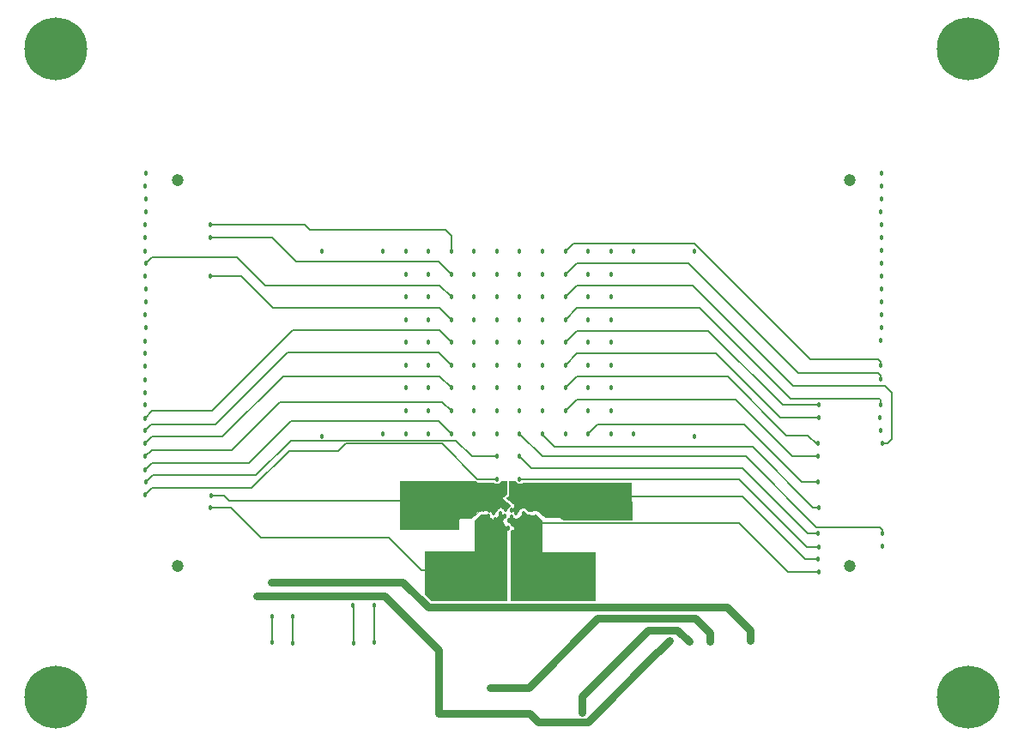
<source format=gbr>
G04 #@! TF.GenerationSoftware,KiCad,Pcbnew,5.1.5+dfsg1-2build2*
G04 #@! TF.CreationDate,2020-09-29T14:15:32-07:00*
G04 #@! TF.ProjectId,PD_ElectrodeBoard_v4,50445f45-6c65-4637-9472-6f6465426f61,4.1*
G04 #@! TF.SameCoordinates,Original*
G04 #@! TF.FileFunction,Copper,L2,Inr*
G04 #@! TF.FilePolarity,Positive*
%FSLAX46Y46*%
G04 Gerber Fmt 4.6, Leading zero omitted, Abs format (unit mm)*
G04 Created by KiCad (PCBNEW 5.1.5+dfsg1-2build2) date 2020-09-29 14:15:32*
%MOMM*%
%LPD*%
G04 APERTURE LIST*
%ADD10C,1.193800*%
%ADD11C,6.200000*%
%ADD12C,0.457200*%
%ADD13C,0.150000*%
%ADD14C,0.750000*%
%ADD15C,0.100000*%
G04 APERTURE END LIST*
D10*
X167000000Y-106050000D03*
X167000000Y-67950000D03*
D11*
X245000000Y-119000000D03*
X155000000Y-119000000D03*
X245000000Y-55000000D03*
X155000000Y-55000000D03*
D10*
X233300000Y-106050000D03*
X233300000Y-67950000D03*
D12*
X189500000Y-88500000D03*
X191750000Y-90750000D03*
X189500000Y-90750000D03*
X191750000Y-93000000D03*
X200750000Y-75000000D03*
X236430000Y-67305000D03*
X236430000Y-67305000D03*
X207500000Y-75000000D03*
X203000000Y-75000000D03*
X236405000Y-68580000D03*
X209750000Y-75000000D03*
X200750000Y-77250000D03*
X236405000Y-69880000D03*
X212000000Y-75000000D03*
X203000000Y-77250000D03*
X236380000Y-71130000D03*
X207500000Y-77250000D03*
X200750000Y-79500000D03*
X236405000Y-72380000D03*
X218000000Y-75000000D03*
X203000000Y-79500000D03*
X236405000Y-73680000D03*
X209750000Y-77250000D03*
X203000000Y-81750000D03*
X236430000Y-74930000D03*
X207500000Y-79500000D03*
X200750000Y-81750000D03*
X236455000Y-76205000D03*
X209750000Y-79500000D03*
X203000000Y-84000000D03*
X236455000Y-77480000D03*
X207500000Y-81750000D03*
X200750000Y-84000000D03*
X236430000Y-78755000D03*
X209750000Y-81750000D03*
X203000000Y-86250000D03*
X236405000Y-80030000D03*
X207500000Y-84000000D03*
X200750000Y-86250000D03*
X236405000Y-81305000D03*
X209750000Y-84000000D03*
X203000000Y-88500000D03*
X236405000Y-82580000D03*
X207500000Y-86250000D03*
X200750000Y-88500000D03*
X236380000Y-83830000D03*
X209750000Y-86250000D03*
X207500000Y-88500000D03*
X205250000Y-75000000D03*
X236355000Y-86305000D03*
X209750000Y-88500000D03*
X205250000Y-77250000D03*
X236330000Y-87630000D03*
X207500000Y-90750000D03*
X209750000Y-90750000D03*
X205250000Y-81750000D03*
X236355000Y-90180000D03*
X205250000Y-84000000D03*
X230240000Y-90170000D03*
X203000000Y-90750000D03*
X236305000Y-91455000D03*
X205250000Y-86250000D03*
X230235000Y-91445000D03*
X200750000Y-90750000D03*
X236380000Y-92705000D03*
X205250000Y-79500000D03*
X236505000Y-93980000D03*
X205250000Y-88500000D03*
X230210000Y-93990000D03*
X205250000Y-90750000D03*
X230180000Y-95240000D03*
X209750000Y-93000000D03*
X207500000Y-93000000D03*
X230205000Y-97780000D03*
X212000000Y-93000000D03*
X203000000Y-93000000D03*
X230230000Y-100330000D03*
X218000000Y-93250000D03*
X200750000Y-93000000D03*
X236530000Y-102880000D03*
X200750000Y-95250000D03*
X230205000Y-102880000D03*
X205250000Y-93000000D03*
X236530000Y-104130000D03*
X200750000Y-97500000D03*
X230250000Y-104175000D03*
X207860000Y-100710000D03*
X206830000Y-98180000D03*
X209730000Y-100200000D03*
X209720000Y-99700000D03*
X208790000Y-98680000D03*
X206830000Y-99200000D03*
X208790000Y-99190000D03*
X209710000Y-99190000D03*
X207840000Y-99190000D03*
X206830000Y-98690000D03*
X206830000Y-99720000D03*
X209710000Y-98680000D03*
X207850000Y-99710000D03*
X207860000Y-100210000D03*
X208790000Y-100200000D03*
X208790000Y-98150000D03*
X208790000Y-101200000D03*
X207840000Y-98160000D03*
X206830000Y-100220000D03*
X206830000Y-100720000D03*
X209730000Y-100700000D03*
X209710000Y-98150000D03*
X206830000Y-101220000D03*
X207860000Y-101200000D03*
X208790000Y-99700000D03*
X209730000Y-101190000D03*
X207840000Y-98680000D03*
X208790000Y-100700000D03*
X199990000Y-100580000D03*
X201950000Y-100490000D03*
X201960000Y-100010000D03*
X201960000Y-99500000D03*
X201370000Y-99780000D03*
X201360000Y-99250000D03*
X200860000Y-99250000D03*
X200860000Y-99770000D03*
X200380000Y-99370000D03*
X199940000Y-99040000D03*
X199940000Y-99540000D03*
X200380000Y-99890000D03*
X200750000Y-100260000D03*
X200380000Y-100820000D03*
X201440000Y-100310000D03*
X201120000Y-98790000D03*
X201960000Y-99000000D03*
X230180000Y-105430000D03*
X205230000Y-108980000D03*
X206730000Y-108980000D03*
X203230000Y-108980000D03*
X202230000Y-108980000D03*
X202730000Y-108980000D03*
X204230000Y-108980000D03*
X203730000Y-108980000D03*
X201230000Y-108980000D03*
X201730000Y-108980000D03*
X204730000Y-108980000D03*
X205730000Y-108980000D03*
X206230000Y-108980000D03*
X205230000Y-107780000D03*
X206730000Y-107780000D03*
X203230000Y-107780000D03*
X202230000Y-107780000D03*
X202730000Y-107780000D03*
X204230000Y-107780000D03*
X203730000Y-107780000D03*
X201230000Y-107780000D03*
X201730000Y-107780000D03*
X204730000Y-107780000D03*
X205730000Y-107780000D03*
X206230000Y-107780000D03*
X206730000Y-106480000D03*
X206230000Y-106480000D03*
X205730000Y-106480000D03*
X205230000Y-106480000D03*
X204730000Y-106480000D03*
X204230000Y-106480000D03*
X203730000Y-106480000D03*
X203230000Y-106480000D03*
X202730000Y-106480000D03*
X202230000Y-106480000D03*
X201730000Y-106480000D03*
X201230000Y-106480000D03*
X201960000Y-101380000D03*
X201950000Y-102340000D03*
X201960000Y-102830000D03*
X201120000Y-100930000D03*
X200990000Y-101380000D03*
X201470000Y-101380000D03*
X200480000Y-101650000D03*
X200990000Y-101850000D03*
X201470000Y-101850000D03*
X201000000Y-102330000D03*
X201470000Y-102340000D03*
X201470000Y-102820000D03*
X200990000Y-102820000D03*
X200500000Y-102820000D03*
X200020000Y-102810000D03*
X200370000Y-102290000D03*
X200050000Y-101920000D03*
X199670000Y-101630000D03*
X199920000Y-101240000D03*
X201960000Y-101850000D03*
X230230000Y-106680000D03*
X191750000Y-75000000D03*
X196250000Y-75000000D03*
X163865000Y-67315000D03*
X189500000Y-75000000D03*
X198500000Y-75000000D03*
X163835000Y-68585000D03*
X187250000Y-75000000D03*
X198500000Y-77250000D03*
X163855000Y-69855000D03*
X181250000Y-75000000D03*
X196250000Y-77250000D03*
X163875000Y-71125000D03*
X194000000Y-75000000D03*
X170260000Y-72400000D03*
X198500000Y-79500000D03*
X163830000Y-72380000D03*
X194000000Y-77250000D03*
X170260000Y-73640000D03*
X196250000Y-79500000D03*
X163845000Y-73665000D03*
X191750000Y-77250000D03*
X198500000Y-81750000D03*
X163830000Y-74980000D03*
X189500000Y-77250000D03*
X194000000Y-79500000D03*
X163855000Y-76205000D03*
X194000000Y-81750000D03*
X170220000Y-77460000D03*
X196250000Y-81750000D03*
X163835000Y-77475000D03*
X191750000Y-79500000D03*
X198500000Y-84000000D03*
X163865000Y-78745000D03*
X189500000Y-79500000D03*
X196250000Y-84000000D03*
X163895000Y-80015000D03*
X191750000Y-81750000D03*
X198500000Y-86250000D03*
X163835000Y-81285000D03*
X191750000Y-84000000D03*
X196250000Y-86250000D03*
X163855000Y-82555000D03*
X189500000Y-84000000D03*
X198500000Y-88500000D03*
X163830000Y-83880000D03*
X191750000Y-86250000D03*
X196250000Y-88500000D03*
X163845000Y-85095000D03*
X189500000Y-86250000D03*
X198500000Y-90750000D03*
X163830000Y-86380000D03*
X191750000Y-88500000D03*
X196250000Y-90750000D03*
X163830000Y-87680000D03*
X198500000Y-93000000D03*
X163830000Y-88980000D03*
X196250000Y-93000000D03*
X163830000Y-90180000D03*
X194000000Y-84000000D03*
X163830000Y-91480000D03*
X194000000Y-86250000D03*
X163830000Y-92680000D03*
X187250000Y-93000000D03*
X194000000Y-88500000D03*
X163830000Y-93980000D03*
X181250000Y-93250000D03*
X194000000Y-90750000D03*
X163830000Y-95280000D03*
X189500000Y-93000000D03*
X194000000Y-93000000D03*
X163830000Y-96580000D03*
X198500000Y-95250000D03*
X163855000Y-97805000D03*
X191950000Y-99650000D03*
X189990000Y-99660000D03*
X192870000Y-99650000D03*
X191000000Y-99650000D03*
X192880000Y-100160000D03*
X191950000Y-100660000D03*
X189990000Y-101180000D03*
X191010000Y-100170000D03*
X191000000Y-99140000D03*
X191950000Y-98610000D03*
X189990000Y-100680000D03*
X191020000Y-100670000D03*
X191020000Y-101660000D03*
X189990000Y-101680000D03*
X191000000Y-98620000D03*
X191950000Y-100160000D03*
X192890000Y-101650000D03*
X189990000Y-98640000D03*
X189990000Y-100180000D03*
X191020000Y-101170000D03*
X191950000Y-99140000D03*
X189990000Y-99150000D03*
X192870000Y-99140000D03*
X192890000Y-101160000D03*
X191950000Y-101660000D03*
X192870000Y-98610000D03*
X192890000Y-100660000D03*
X191950000Y-101160000D03*
X197180000Y-99980000D03*
X197180000Y-100450000D03*
X197650000Y-100010000D03*
X197180000Y-99510000D03*
X197180000Y-99040000D03*
X197650000Y-99060000D03*
X197640000Y-99530000D03*
X198090000Y-99650000D03*
X198540000Y-99530000D03*
X198560000Y-100000000D03*
X198110000Y-100120000D03*
X198430000Y-100460000D03*
X197740000Y-100580000D03*
X198140000Y-100820000D03*
X199040000Y-99680000D03*
X198900000Y-99230000D03*
X198820000Y-98730000D03*
X199250000Y-98920000D03*
X199000000Y-100150000D03*
X199560000Y-100100000D03*
X199330000Y-100500000D03*
X170350000Y-99110000D03*
X198500000Y-97500000D03*
X163830000Y-99055000D03*
X193030000Y-108980000D03*
X198530000Y-107780000D03*
X198530000Y-108980000D03*
X197030000Y-108980000D03*
X196530000Y-107780000D03*
X195030000Y-107780000D03*
X197030000Y-106480000D03*
X198530000Y-106480000D03*
X196030000Y-108980000D03*
X194530000Y-107780000D03*
X194030000Y-107780000D03*
X194530000Y-108980000D03*
X198030000Y-107780000D03*
X195030000Y-106480000D03*
X194030000Y-106480000D03*
X194530000Y-106480000D03*
X196030000Y-106480000D03*
X195530000Y-106480000D03*
X193030000Y-106480000D03*
X193530000Y-106480000D03*
X196530000Y-106480000D03*
X195030000Y-108980000D03*
X193530000Y-107780000D03*
X197530000Y-106480000D03*
X193530000Y-108980000D03*
X198030000Y-108980000D03*
X195530000Y-108980000D03*
X194030000Y-108980000D03*
X197530000Y-108980000D03*
X197530000Y-107780000D03*
X196030000Y-107780000D03*
X193030000Y-107780000D03*
X196530000Y-108980000D03*
X197030000Y-107780000D03*
X195530000Y-107780000D03*
X198030000Y-106480000D03*
X199060000Y-101960000D03*
X199060000Y-102430000D03*
X199580000Y-102370000D03*
X199310000Y-102840000D03*
X198840000Y-102840000D03*
X198430000Y-102610000D03*
X198450000Y-102120000D03*
X198840000Y-101380000D03*
X199250000Y-101170000D03*
X198870000Y-100910000D03*
X198380000Y-101530000D03*
X198050000Y-101880000D03*
X198040000Y-102350000D03*
X198020000Y-102840000D03*
X197640000Y-102580000D03*
X197640000Y-102120000D03*
X197640000Y-101660000D03*
X197640000Y-101200000D03*
X197190000Y-101290000D03*
X197190000Y-101760000D03*
X197190000Y-102230000D03*
X197190000Y-102690000D03*
X170260000Y-100340000D03*
X223510000Y-113410000D03*
X176230000Y-107680000D03*
X206875000Y-120525000D03*
X217510000Y-113520000D03*
X197825000Y-118110000D03*
X219510000Y-113530000D03*
X201775000Y-120625000D03*
X192800000Y-120600000D03*
X215500000Y-113450000D03*
X174830000Y-109080000D03*
X189500000Y-81750000D03*
X176370000Y-113650000D03*
X176350000Y-111080000D03*
X178370000Y-113700000D03*
X178370000Y-111050000D03*
X184370000Y-113680000D03*
X184320000Y-109970000D03*
X186370000Y-113630000D03*
X186380000Y-109950000D03*
D13*
X235850000Y-85700000D02*
X235855000Y-85705000D01*
X229450000Y-85700000D02*
X235850000Y-85700000D01*
X206025000Y-74225000D02*
X217975000Y-74225000D01*
X217975000Y-74225000D02*
X229450000Y-85700000D01*
X205250000Y-75000000D02*
X206025000Y-74225000D01*
X236355000Y-86305000D02*
X236355000Y-85905000D01*
X236150000Y-85700000D02*
X235850000Y-85700000D01*
X236355000Y-85905000D02*
X236150000Y-85700000D01*
X206350000Y-76150000D02*
X205250000Y-77250000D01*
X217375000Y-76150000D02*
X206350000Y-76150000D01*
X228275000Y-87050000D02*
X217375000Y-76150000D01*
X236125000Y-87050000D02*
X228275000Y-87050000D01*
X236330000Y-87255000D02*
X236125000Y-87050000D01*
X236330000Y-87630000D02*
X236330000Y-87255000D01*
X218525000Y-80600000D02*
X206400000Y-80600000D01*
X206400000Y-80600000D02*
X205250000Y-81750000D01*
X227475000Y-89550000D02*
X218525000Y-80600000D01*
X236225000Y-89550000D02*
X227475000Y-89550000D01*
X236355000Y-89680000D02*
X236225000Y-89550000D01*
X236355000Y-90180000D02*
X236355000Y-89680000D01*
X219375000Y-82850000D02*
X226625000Y-90100000D01*
X206400000Y-82850000D02*
X219375000Y-82850000D01*
X205250000Y-84000000D02*
X206400000Y-82850000D01*
X226695000Y-90170000D02*
X226625000Y-90100000D01*
X230240000Y-90170000D02*
X226695000Y-90170000D01*
X220125000Y-85075000D02*
X226450000Y-91400000D01*
X206425000Y-85075000D02*
X220125000Y-85075000D01*
X205250000Y-86250000D02*
X206425000Y-85075000D01*
X226495000Y-91445000D02*
X226450000Y-91400000D01*
X230235000Y-91445000D02*
X226495000Y-91445000D01*
X236795000Y-88275000D02*
X237455000Y-88935000D01*
X237455000Y-88935000D02*
X237455000Y-93555000D01*
X227700000Y-88275000D02*
X236795000Y-88275000D01*
X217825000Y-78400000D02*
X227700000Y-88275000D01*
X237030000Y-93980000D02*
X236505000Y-93980000D01*
X237455000Y-93555000D02*
X237030000Y-93980000D01*
X206350000Y-78400000D02*
X217825000Y-78400000D01*
X205250000Y-79500000D02*
X206350000Y-78400000D01*
X229180000Y-93180000D02*
X230000000Y-94000000D01*
X227080000Y-93180000D02*
X229180000Y-93180000D01*
X221250000Y-87350000D02*
X227080000Y-93180000D01*
X206400000Y-87350000D02*
X221250000Y-87350000D01*
X205250000Y-88500000D02*
X206400000Y-87350000D01*
X206350000Y-89650000D02*
X205250000Y-90750000D01*
X222025000Y-89650000D02*
X206350000Y-89650000D01*
X227625000Y-95250000D02*
X222025000Y-89650000D01*
X229910000Y-95240000D02*
X229900000Y-95250000D01*
X229900000Y-95250000D02*
X227625000Y-95250000D01*
X230180000Y-95240000D02*
X229910000Y-95240000D01*
X229830000Y-97780000D02*
X230205000Y-97780000D01*
X228580000Y-97780000D02*
X229830000Y-97780000D01*
X222875000Y-92075000D02*
X228580000Y-97780000D01*
X208425000Y-92075000D02*
X222875000Y-92075000D01*
X207500000Y-93000000D02*
X208425000Y-92075000D01*
X203000000Y-93000000D02*
X203000000Y-93150000D01*
X203000000Y-93150000D02*
X204175000Y-94325000D01*
X204175000Y-94325000D02*
X223725000Y-94325000D01*
X229730000Y-100330000D02*
X229680000Y-100280000D01*
X230230000Y-100330000D02*
X229730000Y-100330000D01*
X229680000Y-100280000D02*
X229725000Y-100325000D01*
X223725000Y-94325000D02*
X229680000Y-100280000D01*
X203025000Y-95275000D02*
X200750000Y-93000000D01*
X223075000Y-95275000D02*
X203025000Y-95275000D01*
X230050000Y-102250000D02*
X223075000Y-95275000D01*
X236250000Y-102250000D02*
X230050000Y-102250000D01*
X236530000Y-102530000D02*
X236250000Y-102250000D01*
X236530000Y-102880000D02*
X236530000Y-102530000D01*
X222700000Y-96400000D02*
X228705000Y-102405000D01*
X201900000Y-96400000D02*
X222700000Y-96400000D01*
X200750000Y-95250000D02*
X201900000Y-96400000D01*
X229180000Y-102880000D02*
X228705000Y-102405000D01*
X230205000Y-102880000D02*
X229180000Y-102880000D01*
X200750000Y-97500000D02*
X222400000Y-97500000D01*
X222400000Y-97500000D02*
X229075000Y-104175000D01*
X229075000Y-104175000D02*
X230250000Y-104175000D01*
X222750000Y-99250000D02*
X201360000Y-99250000D01*
X228930000Y-105430000D02*
X222750000Y-99250000D01*
X230180000Y-105430000D02*
X228930000Y-105430000D01*
X200990000Y-101850000D02*
X201960000Y-101850000D01*
X222425000Y-101850000D02*
X227175000Y-106600000D01*
X201960000Y-101850000D02*
X222425000Y-101850000D01*
X227255000Y-106680000D02*
X227175000Y-106600000D01*
X230230000Y-106680000D02*
X227255000Y-106680000D01*
X194000000Y-75000000D02*
X194000000Y-73510000D01*
X194000000Y-73510000D02*
X193400000Y-72910000D01*
X193400000Y-72910000D02*
X180040000Y-72910000D01*
X180040000Y-72910000D02*
X179530000Y-72400000D01*
X179530000Y-72400000D02*
X170260000Y-72400000D01*
X176370000Y-73640000D02*
X170260000Y-73640000D01*
X178740000Y-76010000D02*
X176370000Y-73640000D01*
X192760000Y-76010000D02*
X178740000Y-76010000D01*
X194000000Y-77250000D02*
X192760000Y-76010000D01*
X175640000Y-78370000D02*
X172860000Y-75590000D01*
X192870000Y-78370000D02*
X175640000Y-78370000D01*
X194000000Y-79500000D02*
X192870000Y-78370000D01*
X165420000Y-75590000D02*
X164470000Y-75590000D01*
X164470000Y-75590000D02*
X163855000Y-76205000D01*
X172860000Y-75590000D02*
X165420000Y-75590000D01*
X176430000Y-80590000D02*
X173300000Y-77460000D01*
X192840000Y-80590000D02*
X176430000Y-80590000D01*
X173300000Y-77460000D02*
X170220000Y-77460000D01*
X194000000Y-81750000D02*
X192840000Y-80590000D01*
X194000000Y-84000000D02*
X192810000Y-82810000D01*
X192810000Y-82810000D02*
X179010000Y-82810000D01*
X179010000Y-82810000D02*
X178350000Y-82810000D01*
X178350000Y-82810000D02*
X170370000Y-90790000D01*
X164520000Y-90790000D02*
X163830000Y-91480000D01*
X170370000Y-90790000D02*
X165340000Y-90790000D01*
X165340000Y-90790000D02*
X164520000Y-90790000D01*
X194000000Y-86250000D02*
X192720000Y-84970000D01*
X192720000Y-84970000D02*
X180130000Y-84970000D01*
X180130000Y-84970000D02*
X177870000Y-84970000D01*
X177870000Y-84970000D02*
X170730000Y-92110000D01*
X164400000Y-92110000D02*
X163830000Y-92680000D01*
X165460000Y-92110000D02*
X164400000Y-92110000D01*
X170730000Y-92110000D02*
X165460000Y-92110000D01*
X194000000Y-88500000D02*
X192870000Y-87370000D01*
X192870000Y-87370000D02*
X179440000Y-87370000D01*
X179440000Y-87370000D02*
X177400000Y-87370000D01*
X177400000Y-87370000D02*
X171440000Y-93330000D01*
X164480000Y-93330000D02*
X163830000Y-93980000D01*
X165580000Y-93330000D02*
X164480000Y-93330000D01*
X171440000Y-93330000D02*
X165580000Y-93330000D01*
X164470000Y-94640000D02*
X163830000Y-95280000D01*
X177110000Y-89880000D02*
X172350000Y-94640000D01*
X193130000Y-89880000D02*
X177110000Y-89880000D01*
X172350000Y-94640000D02*
X164470000Y-94640000D01*
X194000000Y-90750000D02*
X193130000Y-89880000D01*
X194000000Y-93000000D02*
X192770000Y-91770000D01*
X192770000Y-91770000D02*
X180140000Y-91770000D01*
X180140000Y-91770000D02*
X178220000Y-91770000D01*
X178220000Y-91770000D02*
X174090000Y-95900000D01*
X164510000Y-95900000D02*
X163830000Y-96580000D01*
X165610000Y-95900000D02*
X164510000Y-95900000D01*
X174090000Y-95900000D02*
X165610000Y-95900000D01*
X164550000Y-97110000D02*
X163855000Y-97805000D01*
X174750000Y-97110000D02*
X164550000Y-97110000D01*
X178180000Y-93680000D02*
X174750000Y-97110000D01*
X194460000Y-93680000D02*
X178180000Y-93680000D01*
X196030000Y-95250000D02*
X194460000Y-93680000D01*
X198500000Y-95250000D02*
X196030000Y-95250000D01*
X189990000Y-99660000D02*
X172120000Y-99660000D01*
X172120000Y-99660000D02*
X171570000Y-99110000D01*
X171570000Y-99110000D02*
X170350000Y-99110000D01*
X164475000Y-98410000D02*
X163830000Y-99055000D01*
X174320000Y-98410000D02*
X164475000Y-98410000D01*
X182880000Y-94700000D02*
X178030000Y-94700000D01*
X183600000Y-93980000D02*
X182880000Y-94700000D01*
X193070000Y-93980000D02*
X183600000Y-93980000D01*
X196590000Y-97500000D02*
X193070000Y-93980000D01*
X178030000Y-94700000D02*
X174320000Y-98410000D01*
X198500000Y-97500000D02*
X196590000Y-97500000D01*
X193030000Y-106480000D02*
X191040000Y-106480000D01*
X191040000Y-106480000D02*
X187810000Y-103250000D01*
X187810000Y-103250000D02*
X175220000Y-103250000D01*
X175220000Y-103250000D02*
X172310000Y-100340000D01*
X172310000Y-100340000D02*
X170260000Y-100340000D01*
D14*
X223510000Y-112460000D02*
X223510000Y-113410000D01*
X191730000Y-110180000D02*
X221230000Y-110180000D01*
X221230000Y-110180000D02*
X223510000Y-112460000D01*
X189230000Y-107680000D02*
X191730000Y-110180000D01*
X176230000Y-107680000D02*
X189230000Y-107680000D01*
X213390000Y-112420000D02*
X216270000Y-112420000D01*
X206875000Y-118935000D02*
X213390000Y-112420000D01*
X206875000Y-120525000D02*
X206875000Y-118935000D01*
X216270000Y-112420000D02*
X217510000Y-113520000D01*
X201615000Y-118110000D02*
X197825000Y-118110000D01*
X208450000Y-111275000D02*
X201615000Y-118110000D01*
X218065000Y-111275000D02*
X208450000Y-111275000D01*
X219510000Y-112720000D02*
X218065000Y-111275000D01*
X219510000Y-113530000D02*
X219510000Y-112720000D01*
X204425000Y-121450000D02*
X203800000Y-121450000D01*
X202600000Y-121450000D02*
X204425000Y-121450000D01*
X201775000Y-120625000D02*
X202600000Y-121450000D01*
X201750000Y-120600000D02*
X201775000Y-120625000D01*
X192800000Y-120600000D02*
X201750000Y-120600000D01*
X207480000Y-121450000D02*
X204425000Y-121450000D01*
X214400000Y-114550000D02*
X214380000Y-114550000D01*
X215500000Y-113450000D02*
X214400000Y-114550000D01*
X214380000Y-114550000D02*
X207480000Y-121450000D01*
X187455000Y-109080000D02*
X192775000Y-114400000D01*
X174830000Y-109080000D02*
X187455000Y-109080000D01*
X192775000Y-120575000D02*
X192800000Y-120600000D01*
X192775000Y-114400000D02*
X192775000Y-120575000D01*
D13*
X176370000Y-111100000D02*
X176350000Y-111080000D01*
X176370000Y-113650000D02*
X176370000Y-111100000D01*
X178370000Y-113700000D02*
X178370000Y-111050000D01*
X184370000Y-110020000D02*
X184370000Y-113680000D01*
X184320000Y-109970000D02*
X184370000Y-110020000D01*
X186370000Y-109960000D02*
X186370000Y-113630000D01*
X186380000Y-109950000D02*
X186370000Y-109960000D01*
D15*
G36*
X196359079Y-97730921D02*
G01*
X196371472Y-97741092D01*
X196371476Y-97741096D01*
X196387697Y-97754408D01*
X196408566Y-97771535D01*
X196465026Y-97801713D01*
X196526289Y-97820297D01*
X196574039Y-97825000D01*
X196574047Y-97825000D01*
X196590000Y-97826571D01*
X196605953Y-97825000D01*
X198148157Y-97825000D01*
X198194910Y-97871753D01*
X198273298Y-97924130D01*
X198360397Y-97960208D01*
X198452862Y-97978600D01*
X198547138Y-97978600D01*
X198639603Y-97960208D01*
X198726702Y-97924130D01*
X198805090Y-97871753D01*
X198871753Y-97805090D01*
X198924130Y-97726702D01*
X198926906Y-97720000D01*
X199440000Y-97720000D01*
X199440000Y-98972018D01*
X199191073Y-99177017D01*
X199154783Y-99213826D01*
X199150733Y-99220054D01*
X199059475Y-99290399D01*
X199052335Y-99297116D01*
X199046644Y-99305095D01*
X199042618Y-99314032D01*
X199040413Y-99323583D01*
X199040000Y-99330000D01*
X199040000Y-99460000D01*
X199040961Y-99469755D01*
X199043806Y-99479134D01*
X199048427Y-99487779D01*
X199054645Y-99495355D01*
X199058510Y-99498838D01*
X199780959Y-100084608D01*
X199780961Y-100084627D01*
X199783806Y-100094006D01*
X199788427Y-100102651D01*
X199794645Y-100110227D01*
X199799018Y-100114116D01*
X199799162Y-100114230D01*
X199799162Y-100141014D01*
X199763298Y-100155870D01*
X199684910Y-100208247D01*
X199618247Y-100274910D01*
X199587814Y-100320456D01*
X199488215Y-100402479D01*
X199481296Y-100409421D01*
X199475864Y-100417580D01*
X199472128Y-100426642D01*
X199470000Y-100441075D01*
X199470000Y-100610000D01*
X199337677Y-100610000D01*
X199212149Y-100468099D01*
X199144450Y-100408986D01*
X199083939Y-100376642D01*
X199036575Y-100362274D01*
X198979375Y-100289185D01*
X198972607Y-100282095D01*
X198964585Y-100276462D01*
X198955619Y-100272502D01*
X198946053Y-100270368D01*
X198940000Y-100270000D01*
X198789162Y-100270000D01*
X198779407Y-100270961D01*
X198770028Y-100273806D01*
X198761383Y-100278427D01*
X198750888Y-100287827D01*
X198685066Y-100366133D01*
X198622208Y-100392842D01*
X198565508Y-100431479D01*
X198517436Y-100480435D01*
X198137877Y-100951612D01*
X197975627Y-100744292D01*
X197947487Y-100712513D01*
X197894450Y-100668986D01*
X197833939Y-100636642D01*
X197768282Y-100616725D01*
X197700000Y-100610000D01*
X196960000Y-100610000D01*
X196891718Y-100616725D01*
X196876107Y-100621461D01*
X196857369Y-100622606D01*
X196790415Y-100637598D01*
X196727672Y-100665364D01*
X196671552Y-100704837D01*
X196021552Y-101264837D01*
X195958986Y-101335550D01*
X195940572Y-101370000D01*
X194780000Y-101370000D01*
X194770245Y-101370961D01*
X194760866Y-101373806D01*
X194752221Y-101378427D01*
X194744645Y-101384645D01*
X194738427Y-101392221D01*
X194733806Y-101400866D01*
X194730961Y-101410245D01*
X194730000Y-101420000D01*
X194730000Y-102420000D01*
X188980000Y-102420000D01*
X188980000Y-97730000D01*
X194530000Y-97730000D01*
X194530746Y-97729994D01*
X195200344Y-97720000D01*
X196350116Y-97720000D01*
X196359079Y-97730921D01*
G37*
X196359079Y-97730921D02*
X196371472Y-97741092D01*
X196371476Y-97741096D01*
X196387697Y-97754408D01*
X196408566Y-97771535D01*
X196465026Y-97801713D01*
X196526289Y-97820297D01*
X196574039Y-97825000D01*
X196574047Y-97825000D01*
X196590000Y-97826571D01*
X196605953Y-97825000D01*
X198148157Y-97825000D01*
X198194910Y-97871753D01*
X198273298Y-97924130D01*
X198360397Y-97960208D01*
X198452862Y-97978600D01*
X198547138Y-97978600D01*
X198639603Y-97960208D01*
X198726702Y-97924130D01*
X198805090Y-97871753D01*
X198871753Y-97805090D01*
X198924130Y-97726702D01*
X198926906Y-97720000D01*
X199440000Y-97720000D01*
X199440000Y-98972018D01*
X199191073Y-99177017D01*
X199154783Y-99213826D01*
X199150733Y-99220054D01*
X199059475Y-99290399D01*
X199052335Y-99297116D01*
X199046644Y-99305095D01*
X199042618Y-99314032D01*
X199040413Y-99323583D01*
X199040000Y-99330000D01*
X199040000Y-99460000D01*
X199040961Y-99469755D01*
X199043806Y-99479134D01*
X199048427Y-99487779D01*
X199054645Y-99495355D01*
X199058510Y-99498838D01*
X199780959Y-100084608D01*
X199780961Y-100084627D01*
X199783806Y-100094006D01*
X199788427Y-100102651D01*
X199794645Y-100110227D01*
X199799018Y-100114116D01*
X199799162Y-100114230D01*
X199799162Y-100141014D01*
X199763298Y-100155870D01*
X199684910Y-100208247D01*
X199618247Y-100274910D01*
X199587814Y-100320456D01*
X199488215Y-100402479D01*
X199481296Y-100409421D01*
X199475864Y-100417580D01*
X199472128Y-100426642D01*
X199470000Y-100441075D01*
X199470000Y-100610000D01*
X199337677Y-100610000D01*
X199212149Y-100468099D01*
X199144450Y-100408986D01*
X199083939Y-100376642D01*
X199036575Y-100362274D01*
X198979375Y-100289185D01*
X198972607Y-100282095D01*
X198964585Y-100276462D01*
X198955619Y-100272502D01*
X198946053Y-100270368D01*
X198940000Y-100270000D01*
X198789162Y-100270000D01*
X198779407Y-100270961D01*
X198770028Y-100273806D01*
X198761383Y-100278427D01*
X198750888Y-100287827D01*
X198685066Y-100366133D01*
X198622208Y-100392842D01*
X198565508Y-100431479D01*
X198517436Y-100480435D01*
X198137877Y-100951612D01*
X197975627Y-100744292D01*
X197947487Y-100712513D01*
X197894450Y-100668986D01*
X197833939Y-100636642D01*
X197768282Y-100616725D01*
X197700000Y-100610000D01*
X196960000Y-100610000D01*
X196891718Y-100616725D01*
X196876107Y-100621461D01*
X196857369Y-100622606D01*
X196790415Y-100637598D01*
X196727672Y-100665364D01*
X196671552Y-100704837D01*
X196021552Y-101264837D01*
X195958986Y-101335550D01*
X195940572Y-101370000D01*
X194780000Y-101370000D01*
X194770245Y-101370961D01*
X194760866Y-101373806D01*
X194752221Y-101378427D01*
X194744645Y-101384645D01*
X194738427Y-101392221D01*
X194733806Y-101400866D01*
X194730961Y-101410245D01*
X194730000Y-101420000D01*
X194730000Y-102420000D01*
X188980000Y-102420000D01*
X188980000Y-97730000D01*
X194530000Y-97730000D01*
X194530746Y-97729994D01*
X195200344Y-97720000D01*
X196350116Y-97720000D01*
X196359079Y-97730921D01*
G36*
X200325870Y-97726702D02*
G01*
X200378247Y-97805090D01*
X200444910Y-97871753D01*
X200523298Y-97924130D01*
X200610397Y-97960208D01*
X200702862Y-97978600D01*
X200797138Y-97978600D01*
X200889603Y-97960208D01*
X200976702Y-97924130D01*
X201055090Y-97871753D01*
X201101843Y-97825000D01*
X211764160Y-97825000D01*
X211768904Y-101525000D01*
X205002176Y-101525000D01*
X204764863Y-101294159D01*
X204757201Y-101288046D01*
X204748494Y-101283546D01*
X204739076Y-101280831D01*
X204730000Y-101280000D01*
X203224400Y-101280000D01*
X202599244Y-100694536D01*
X202548650Y-100655193D01*
X202487511Y-100624054D01*
X202421472Y-100605441D01*
X202353071Y-100600069D01*
X201582563Y-100615327D01*
X201466753Y-100465739D01*
X201437487Y-100432513D01*
X201384450Y-100388986D01*
X201323939Y-100356642D01*
X201299851Y-100349335D01*
X201293844Y-100345625D01*
X201271238Y-100337195D01*
X201249416Y-100309236D01*
X201242657Y-100302138D01*
X201234643Y-100296494D01*
X201225682Y-100292523D01*
X201216118Y-100290376D01*
X201210000Y-100290000D01*
X201040000Y-100290000D01*
X201030245Y-100290961D01*
X201020866Y-100293806D01*
X201012221Y-100298427D01*
X201004645Y-100304645D01*
X201001010Y-100308698D01*
X200981075Y-100333529D01*
X200915282Y-100349334D01*
X200852977Y-100378068D01*
X200797474Y-100418405D01*
X200750908Y-100468795D01*
X200396689Y-100936870D01*
X200250659Y-100740882D01*
X200217487Y-100702513D01*
X200164450Y-100658986D01*
X200103939Y-100626642D01*
X200038282Y-100606725D01*
X199970000Y-100600000D01*
X199798085Y-100600000D01*
X199806981Y-100555276D01*
X200179720Y-100279774D01*
X200186993Y-100273203D01*
X200192845Y-100265340D01*
X200197050Y-100256486D01*
X200199447Y-100246982D01*
X200200000Y-100239565D01*
X200200000Y-100010000D01*
X200199039Y-100000245D01*
X200196194Y-99990866D01*
X200191573Y-99982221D01*
X200185355Y-99974645D01*
X200181235Y-99970957D01*
X199429336Y-99369438D01*
X199443232Y-99357994D01*
X199476702Y-99344130D01*
X199555090Y-99291753D01*
X199621753Y-99225090D01*
X199642722Y-99193708D01*
X199721785Y-99128597D01*
X199728704Y-99121654D01*
X199734136Y-99113495D01*
X199737872Y-99104433D01*
X199740000Y-99090000D01*
X199740000Y-97719887D01*
X200322500Y-97718566D01*
X200325870Y-97726702D01*
G37*
X200325870Y-97726702D02*
X200378247Y-97805090D01*
X200444910Y-97871753D01*
X200523298Y-97924130D01*
X200610397Y-97960208D01*
X200702862Y-97978600D01*
X200797138Y-97978600D01*
X200889603Y-97960208D01*
X200976702Y-97924130D01*
X201055090Y-97871753D01*
X201101843Y-97825000D01*
X211764160Y-97825000D01*
X211768904Y-101525000D01*
X205002176Y-101525000D01*
X204764863Y-101294159D01*
X204757201Y-101288046D01*
X204748494Y-101283546D01*
X204739076Y-101280831D01*
X204730000Y-101280000D01*
X203224400Y-101280000D01*
X202599244Y-100694536D01*
X202548650Y-100655193D01*
X202487511Y-100624054D01*
X202421472Y-100605441D01*
X202353071Y-100600069D01*
X201582563Y-100615327D01*
X201466753Y-100465739D01*
X201437487Y-100432513D01*
X201384450Y-100388986D01*
X201323939Y-100356642D01*
X201299851Y-100349335D01*
X201293844Y-100345625D01*
X201271238Y-100337195D01*
X201249416Y-100309236D01*
X201242657Y-100302138D01*
X201234643Y-100296494D01*
X201225682Y-100292523D01*
X201216118Y-100290376D01*
X201210000Y-100290000D01*
X201040000Y-100290000D01*
X201030245Y-100290961D01*
X201020866Y-100293806D01*
X201012221Y-100298427D01*
X201004645Y-100304645D01*
X201001010Y-100308698D01*
X200981075Y-100333529D01*
X200915282Y-100349334D01*
X200852977Y-100378068D01*
X200797474Y-100418405D01*
X200750908Y-100468795D01*
X200396689Y-100936870D01*
X200250659Y-100740882D01*
X200217487Y-100702513D01*
X200164450Y-100658986D01*
X200103939Y-100626642D01*
X200038282Y-100606725D01*
X199970000Y-100600000D01*
X199798085Y-100600000D01*
X199806981Y-100555276D01*
X200179720Y-100279774D01*
X200186993Y-100273203D01*
X200192845Y-100265340D01*
X200197050Y-100256486D01*
X200199447Y-100246982D01*
X200200000Y-100239565D01*
X200200000Y-100010000D01*
X200199039Y-100000245D01*
X200196194Y-99990866D01*
X200191573Y-99982221D01*
X200185355Y-99974645D01*
X200181235Y-99970957D01*
X199429336Y-99369438D01*
X199443232Y-99357994D01*
X199476702Y-99344130D01*
X199555090Y-99291753D01*
X199621753Y-99225090D01*
X199642722Y-99193708D01*
X199721785Y-99128597D01*
X199728704Y-99121654D01*
X199734136Y-99113495D01*
X199737872Y-99104433D01*
X199740000Y-99090000D01*
X199740000Y-97719887D01*
X200322500Y-97718566D01*
X200325870Y-97726702D01*
G36*
X201071164Y-100759428D02*
G01*
X201165930Y-100822749D01*
X201270965Y-100866256D01*
X201374006Y-100999351D01*
X201380737Y-101006476D01*
X201388729Y-101012151D01*
X201397674Y-101016157D01*
X201407229Y-101018342D01*
X201414532Y-101018732D01*
X201700830Y-101013063D01*
X201781228Y-101046365D01*
X201893013Y-101068600D01*
X202006987Y-101068600D01*
X202118772Y-101046365D01*
X202224070Y-101002749D01*
X202224143Y-101002700D01*
X202340662Y-101000393D01*
X202940000Y-101561678D01*
X202940000Y-104650000D01*
X202940961Y-104659755D01*
X202943806Y-104669134D01*
X202948427Y-104677779D01*
X202954645Y-104685355D01*
X202962221Y-104691573D01*
X202970866Y-104696194D01*
X202980245Y-104699039D01*
X202990000Y-104700000D01*
X208170077Y-104700000D01*
X208177449Y-109455000D01*
X199880192Y-109455000D01*
X199890000Y-103050536D01*
X199888077Y-103013360D01*
X199880247Y-102938979D01*
X199888600Y-102896987D01*
X199888600Y-102859677D01*
X199948836Y-102819428D01*
X200029428Y-102738836D01*
X200092749Y-102644070D01*
X200116428Y-102586904D01*
X200123358Y-102573939D01*
X200127626Y-102559871D01*
X200133976Y-102544539D01*
X200201819Y-102488569D01*
X200208732Y-102481620D01*
X200214157Y-102473456D01*
X200217884Y-102464391D01*
X200220000Y-102450000D01*
X200220000Y-102270000D01*
X200219039Y-102260245D01*
X200216194Y-102250866D01*
X200211573Y-102242221D01*
X200205355Y-102234645D01*
X200200844Y-102230647D01*
X200123413Y-102169958D01*
X200092749Y-102095930D01*
X200029428Y-102001164D01*
X199948836Y-101920572D01*
X199854070Y-101857251D01*
X199761615Y-101818955D01*
X199561852Y-101657503D01*
X199618836Y-101619428D01*
X199699428Y-101538836D01*
X199762749Y-101444070D01*
X199768024Y-101431336D01*
X199793358Y-101383939D01*
X199813275Y-101318282D01*
X199816055Y-101290057D01*
X199828600Y-101226987D01*
X199828600Y-101137831D01*
X199906898Y-101153405D01*
X199930572Y-101188836D01*
X200011164Y-101269428D01*
X200105930Y-101332749D01*
X200211228Y-101376365D01*
X200227784Y-101379658D01*
X200280102Y-101449874D01*
X200286700Y-101457122D01*
X200294586Y-101462943D01*
X200303456Y-101467114D01*
X200312969Y-101469475D01*
X200320196Y-101470000D01*
X200470000Y-101470000D01*
X200479755Y-101469039D01*
X200489134Y-101466194D01*
X200497779Y-101461573D01*
X200505355Y-101455355D01*
X200509870Y-101450172D01*
X200573464Y-101366137D01*
X200654070Y-101332749D01*
X200748836Y-101269428D01*
X200829428Y-101188836D01*
X200892749Y-101094070D01*
X200936365Y-100988772D01*
X200958600Y-100876987D01*
X200958600Y-100857207D01*
X201021804Y-100773688D01*
X201024070Y-100772749D01*
X201060286Y-100748550D01*
X201071164Y-100759428D01*
G37*
X201071164Y-100759428D02*
X201165930Y-100822749D01*
X201270965Y-100866256D01*
X201374006Y-100999351D01*
X201380737Y-101006476D01*
X201388729Y-101012151D01*
X201397674Y-101016157D01*
X201407229Y-101018342D01*
X201414532Y-101018732D01*
X201700830Y-101013063D01*
X201781228Y-101046365D01*
X201893013Y-101068600D01*
X202006987Y-101068600D01*
X202118772Y-101046365D01*
X202224070Y-101002749D01*
X202224143Y-101002700D01*
X202340662Y-101000393D01*
X202940000Y-101561678D01*
X202940000Y-104650000D01*
X202940961Y-104659755D01*
X202943806Y-104669134D01*
X202948427Y-104677779D01*
X202954645Y-104685355D01*
X202962221Y-104691573D01*
X202970866Y-104696194D01*
X202980245Y-104699039D01*
X202990000Y-104700000D01*
X208170077Y-104700000D01*
X208177449Y-109455000D01*
X199880192Y-109455000D01*
X199890000Y-103050536D01*
X199888077Y-103013360D01*
X199880247Y-102938979D01*
X199888600Y-102896987D01*
X199888600Y-102859677D01*
X199948836Y-102819428D01*
X200029428Y-102738836D01*
X200092749Y-102644070D01*
X200116428Y-102586904D01*
X200123358Y-102573939D01*
X200127626Y-102559871D01*
X200133976Y-102544539D01*
X200201819Y-102488569D01*
X200208732Y-102481620D01*
X200214157Y-102473456D01*
X200217884Y-102464391D01*
X200220000Y-102450000D01*
X200220000Y-102270000D01*
X200219039Y-102260245D01*
X200216194Y-102250866D01*
X200211573Y-102242221D01*
X200205355Y-102234645D01*
X200200844Y-102230647D01*
X200123413Y-102169958D01*
X200092749Y-102095930D01*
X200029428Y-102001164D01*
X199948836Y-101920572D01*
X199854070Y-101857251D01*
X199761615Y-101818955D01*
X199561852Y-101657503D01*
X199618836Y-101619428D01*
X199699428Y-101538836D01*
X199762749Y-101444070D01*
X199768024Y-101431336D01*
X199793358Y-101383939D01*
X199813275Y-101318282D01*
X199816055Y-101290057D01*
X199828600Y-101226987D01*
X199828600Y-101137831D01*
X199906898Y-101153405D01*
X199930572Y-101188836D01*
X200011164Y-101269428D01*
X200105930Y-101332749D01*
X200211228Y-101376365D01*
X200227784Y-101379658D01*
X200280102Y-101449874D01*
X200286700Y-101457122D01*
X200294586Y-101462943D01*
X200303456Y-101467114D01*
X200312969Y-101469475D01*
X200320196Y-101470000D01*
X200470000Y-101470000D01*
X200479755Y-101469039D01*
X200489134Y-101466194D01*
X200497779Y-101461573D01*
X200505355Y-101455355D01*
X200509870Y-101450172D01*
X200573464Y-101366137D01*
X200654070Y-101332749D01*
X200748836Y-101269428D01*
X200829428Y-101188836D01*
X200892749Y-101094070D01*
X200936365Y-100988772D01*
X200958600Y-100876987D01*
X200958600Y-100857207D01*
X201021804Y-100773688D01*
X201024070Y-100772749D01*
X201060286Y-100748550D01*
X201071164Y-100759428D01*
G36*
X198880572Y-100868836D02*
G01*
X198961164Y-100949428D01*
X199055930Y-101012749D01*
X199161228Y-101056365D01*
X199273013Y-101078600D01*
X199362169Y-101078600D01*
X199348127Y-101149192D01*
X199301164Y-101180572D01*
X199220572Y-101261164D01*
X199157251Y-101355930D01*
X199113635Y-101461228D01*
X199113236Y-101463234D01*
X199039371Y-101520479D01*
X199032250Y-101527214D01*
X199026579Y-101535209D01*
X199022577Y-101544156D01*
X199020397Y-101553712D01*
X199020000Y-101560000D01*
X199020000Y-101710000D01*
X199020961Y-101719755D01*
X199023806Y-101729134D01*
X199028427Y-101737779D01*
X199034645Y-101745355D01*
X199038571Y-101748887D01*
X199120349Y-101814982D01*
X199157251Y-101904070D01*
X199220572Y-101998836D01*
X199301164Y-102079428D01*
X199395930Y-102142749D01*
X199501228Y-102186365D01*
X199537007Y-102193482D01*
X199537251Y-102194070D01*
X199600572Y-102288836D01*
X199663839Y-102352103D01*
X199651164Y-102360572D01*
X199570572Y-102441164D01*
X199507251Y-102535930D01*
X199463635Y-102641228D01*
X199441400Y-102753013D01*
X199441400Y-102866987D01*
X199463635Y-102978772D01*
X199488561Y-103038948D01*
X199489996Y-103052583D01*
X199480191Y-109455000D01*
X192030305Y-109455000D01*
X191440000Y-108864695D01*
X191440000Y-104660000D01*
X196250000Y-104660000D01*
X196259755Y-104659039D01*
X196269134Y-104656194D01*
X196277779Y-104651573D01*
X196285355Y-104645355D01*
X196291573Y-104637779D01*
X196296194Y-104629134D01*
X196299039Y-104619755D01*
X196300000Y-104610000D01*
X196300000Y-101552919D01*
X196918567Y-101020000D01*
X196960000Y-101020000D01*
X196969755Y-101019039D01*
X196979134Y-101016194D01*
X196987779Y-101011573D01*
X196989696Y-101010000D01*
X197029503Y-101010000D01*
X197123013Y-101028600D01*
X197236987Y-101028600D01*
X197330496Y-101010000D01*
X197351736Y-101010000D01*
X197371164Y-101029428D01*
X197465930Y-101092749D01*
X197571228Y-101136365D01*
X197668431Y-101155699D01*
X197690572Y-101188836D01*
X197771164Y-101269428D01*
X197865930Y-101332749D01*
X197958106Y-101370930D01*
X198020625Y-101450815D01*
X198027393Y-101457905D01*
X198035415Y-101463538D01*
X198044381Y-101467498D01*
X198053947Y-101469632D01*
X198060000Y-101470000D01*
X198210000Y-101470000D01*
X198219755Y-101469039D01*
X198229134Y-101466194D01*
X198237779Y-101461573D01*
X198245355Y-101455355D01*
X198248938Y-101451366D01*
X198309648Y-101376002D01*
X198414070Y-101332749D01*
X198508836Y-101269428D01*
X198589428Y-101188836D01*
X198652749Y-101094070D01*
X198696365Y-100988772D01*
X198699146Y-100974788D01*
X198704070Y-100972749D01*
X198798836Y-100909428D01*
X198864092Y-100844172D01*
X198880572Y-100868836D01*
G37*
X198880572Y-100868836D02*
X198961164Y-100949428D01*
X199055930Y-101012749D01*
X199161228Y-101056365D01*
X199273013Y-101078600D01*
X199362169Y-101078600D01*
X199348127Y-101149192D01*
X199301164Y-101180572D01*
X199220572Y-101261164D01*
X199157251Y-101355930D01*
X199113635Y-101461228D01*
X199113236Y-101463234D01*
X199039371Y-101520479D01*
X199032250Y-101527214D01*
X199026579Y-101535209D01*
X199022577Y-101544156D01*
X199020397Y-101553712D01*
X199020000Y-101560000D01*
X199020000Y-101710000D01*
X199020961Y-101719755D01*
X199023806Y-101729134D01*
X199028427Y-101737779D01*
X199034645Y-101745355D01*
X199038571Y-101748887D01*
X199120349Y-101814982D01*
X199157251Y-101904070D01*
X199220572Y-101998836D01*
X199301164Y-102079428D01*
X199395930Y-102142749D01*
X199501228Y-102186365D01*
X199537007Y-102193482D01*
X199537251Y-102194070D01*
X199600572Y-102288836D01*
X199663839Y-102352103D01*
X199651164Y-102360572D01*
X199570572Y-102441164D01*
X199507251Y-102535930D01*
X199463635Y-102641228D01*
X199441400Y-102753013D01*
X199441400Y-102866987D01*
X199463635Y-102978772D01*
X199488561Y-103038948D01*
X199489996Y-103052583D01*
X199480191Y-109455000D01*
X192030305Y-109455000D01*
X191440000Y-108864695D01*
X191440000Y-104660000D01*
X196250000Y-104660000D01*
X196259755Y-104659039D01*
X196269134Y-104656194D01*
X196277779Y-104651573D01*
X196285355Y-104645355D01*
X196291573Y-104637779D01*
X196296194Y-104629134D01*
X196299039Y-104619755D01*
X196300000Y-104610000D01*
X196300000Y-101552919D01*
X196918567Y-101020000D01*
X196960000Y-101020000D01*
X196969755Y-101019039D01*
X196979134Y-101016194D01*
X196987779Y-101011573D01*
X196989696Y-101010000D01*
X197029503Y-101010000D01*
X197123013Y-101028600D01*
X197236987Y-101028600D01*
X197330496Y-101010000D01*
X197351736Y-101010000D01*
X197371164Y-101029428D01*
X197465930Y-101092749D01*
X197571228Y-101136365D01*
X197668431Y-101155699D01*
X197690572Y-101188836D01*
X197771164Y-101269428D01*
X197865930Y-101332749D01*
X197958106Y-101370930D01*
X198020625Y-101450815D01*
X198027393Y-101457905D01*
X198035415Y-101463538D01*
X198044381Y-101467498D01*
X198053947Y-101469632D01*
X198060000Y-101470000D01*
X198210000Y-101470000D01*
X198219755Y-101469039D01*
X198229134Y-101466194D01*
X198237779Y-101461573D01*
X198245355Y-101455355D01*
X198248938Y-101451366D01*
X198309648Y-101376002D01*
X198414070Y-101332749D01*
X198508836Y-101269428D01*
X198589428Y-101188836D01*
X198652749Y-101094070D01*
X198696365Y-100988772D01*
X198699146Y-100974788D01*
X198704070Y-100972749D01*
X198798836Y-100909428D01*
X198864092Y-100844172D01*
X198880572Y-100868836D01*
M02*

</source>
